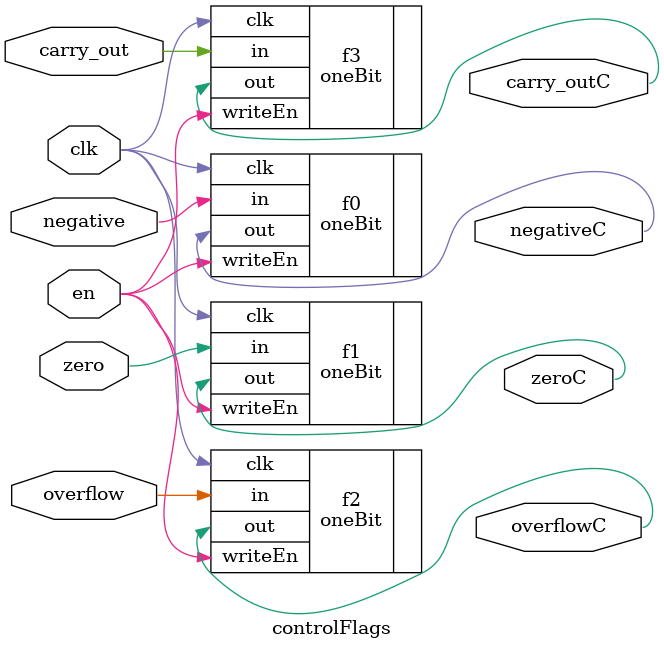
<source format=sv>
module controlFlags(clk, en, negative, zero, overflow, carry_out, negativeC, zeroC, overflowC, carry_outC);
	input logic clk, en, negative, zero, overflow, carry_out;
	output logic negativeC, zeroC, overflowC, carry_outC;
	
	oneBit f0 (.in(negative), .out(negativeC), .writeEn(en), .clk);
	oneBit f1 (.in(zero), .out(zeroC), .writeEn(en), .clk);
	oneBit f2 (.in(overflow), .out(overflowC), .writeEn(en), .clk);
	oneBit f3 (.in(carry_out), .out(carry_outC), .writeEn(en), .clk);
endmodule

</source>
